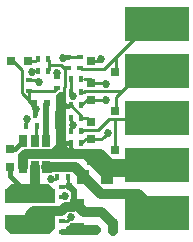
<source format=gbr>
G04 #@! TF.GenerationSoftware,KiCad,Pcbnew,no-vcs-found-7613~57~ubuntu16.04.1*
G04 #@! TF.CreationDate,2017-02-19T17:16:57-08:00*
G04 #@! TF.ProjectId,ESPKey,4553504B65792E6B696361645F706362,rev?*
G04 #@! TF.FileFunction,Copper,L1,Top,Signal*
G04 #@! TF.FilePolarity,Positive*
%FSLAX46Y46*%
G04 Gerber Fmt 4.6, Leading zero omitted, Abs format (unit mm)*
G04 Created by KiCad (PCBNEW no-vcs-found-7613~57~ubuntu16.04.1) date Sun Feb 19 17:16:57 2017*
%MOMM*%
%LPD*%
G01*
G04 APERTURE LIST*
%ADD10C,0.100000*%
%ADD11R,0.650000X1.060000*%
%ADD12R,0.600000X0.400000*%
%ADD13R,0.800100X0.800100*%
%ADD14R,0.797560X0.797560*%
%ADD15R,5.400000X3.000000*%
%ADD16R,1.000000X1.250000*%
%ADD17R,0.750000X0.800000*%
%ADD18R,1.250000X1.000000*%
%ADD19R,0.400000X0.600000*%
%ADD20R,4.200000X1.150000*%
%ADD21C,0.450000*%
%ADD22R,0.600000X0.500000*%
%ADD23C,0.685800*%
%ADD24C,0.812800*%
%ADD25C,0.508000*%
%ADD26C,0.254000*%
%ADD27C,0.152400*%
%ADD28C,0.381000*%
G04 APERTURE END LIST*
D10*
D11*
X105747000Y-114115000D03*
X106697000Y-114115000D03*
X107647000Y-114115000D03*
X107647000Y-111915000D03*
X105747000Y-111915000D03*
X106697000Y-111915000D03*
D12*
X109000000Y-119650000D03*
X109000000Y-118750000D03*
D13*
X111499240Y-105150000D03*
X111499240Y-107050000D03*
X113498220Y-106100000D03*
D14*
X104650700Y-105200000D03*
X106149300Y-105200000D03*
D15*
X117017800Y-118014500D03*
X117017800Y-114014500D03*
X117017800Y-102000000D03*
X117017800Y-106000000D03*
X117017800Y-110000000D03*
D16*
X112800000Y-114990000D03*
X110800000Y-114990000D03*
D17*
X104600000Y-114150000D03*
X104600000Y-112650000D03*
D18*
X110300000Y-119400000D03*
X110300000Y-117400000D03*
D17*
X111750000Y-117950000D03*
X111750000Y-119450000D03*
D13*
X111499240Y-111750000D03*
X111499240Y-113650000D03*
X113498220Y-112700000D03*
X111499240Y-108450000D03*
X111499240Y-110350000D03*
X113498220Y-109400000D03*
D12*
X106200000Y-107700000D03*
X106200000Y-106800000D03*
X108600000Y-107450000D03*
X108600000Y-106550000D03*
D19*
X109500000Y-115000000D03*
X108600000Y-115000000D03*
D12*
X109050000Y-115800000D03*
X109050000Y-116700000D03*
D19*
X110650000Y-112100000D03*
X109750000Y-112100000D03*
X110650000Y-111100000D03*
X109750000Y-111100000D03*
X109750000Y-110000000D03*
X110650000Y-110000000D03*
X110650000Y-108900000D03*
X109750000Y-108900000D03*
X110650000Y-107800000D03*
X109750000Y-107800000D03*
X109750000Y-106700000D03*
X110650000Y-106700000D03*
X106950000Y-106000000D03*
X107850000Y-106000000D03*
D12*
X110500000Y-105750000D03*
X110500000Y-104850000D03*
X109500000Y-104850000D03*
X109500000Y-105750000D03*
D19*
X106950000Y-105000000D03*
X107850000Y-105000000D03*
X106900000Y-110700000D03*
X106000000Y-110700000D03*
D20*
X106300000Y-116625000D03*
X106300000Y-118775000D03*
D21*
X106300000Y-119575000D03*
D10*
G36*
X104200000Y-119350000D02*
X108400000Y-119350000D01*
X107950000Y-119800000D01*
X104650000Y-119800000D01*
X104200000Y-119350000D01*
X104200000Y-119350000D01*
G37*
D21*
X106300000Y-115825000D03*
D10*
G36*
X104650000Y-115600000D02*
X107950000Y-115600000D01*
X108400000Y-116050000D01*
X104200000Y-116050000D01*
X104650000Y-115600000D01*
X104650000Y-115600000D01*
G37*
D22*
X107750000Y-108700000D03*
X106650000Y-108700000D03*
D19*
X106750000Y-109700000D03*
X107650000Y-109700000D03*
X107650000Y-110700000D03*
X108550000Y-110700000D03*
D23*
X111150000Y-119450000D03*
X109600000Y-119500000D03*
X108900000Y-109100000D03*
X112300000Y-113300000D03*
X112900000Y-113700000D03*
X108900000Y-109800000D03*
X112700000Y-107100000D03*
X109600000Y-115725000D03*
X106846435Y-109215749D03*
X113300000Y-119600000D03*
X113300000Y-118900000D03*
X109900000Y-110600000D03*
X112870040Y-111229960D03*
X109954717Y-108104707D03*
X112712346Y-108432265D03*
X109100000Y-104900000D03*
X106500000Y-106100000D03*
X112300000Y-105000000D03*
X107957657Y-114292343D03*
X106062955Y-110090087D03*
X107022097Y-106983708D03*
X108600000Y-106200000D03*
X108109389Y-115120876D03*
X109245997Y-116596963D03*
X109799964Y-118400000D03*
D24*
X109400000Y-113026199D02*
X108300000Y-113026199D01*
X108900000Y-112426199D02*
X108900000Y-112526199D01*
X108900000Y-112526199D02*
X109400000Y-113026199D01*
X108900000Y-108600000D02*
X108900000Y-112426199D01*
X108900000Y-112426199D02*
X108300000Y-113026199D01*
D25*
X109000000Y-119650000D02*
X109450000Y-119650000D01*
X109000000Y-119650000D02*
X110950000Y-119650000D01*
X109450000Y-119650000D02*
X109600000Y-119500000D01*
X110950000Y-119650000D02*
X111150000Y-119450000D01*
D24*
X111900000Y-119450000D02*
X110375000Y-119450000D01*
X112900000Y-113700000D02*
X112226199Y-113026199D01*
X112226199Y-113026199D02*
X111876199Y-113026199D01*
D26*
X110650000Y-110000000D02*
X110650000Y-109800000D01*
X110650000Y-109800000D02*
X109750000Y-108900000D01*
X109750000Y-108900000D02*
X109100000Y-108900000D01*
D25*
X109600000Y-119500000D02*
X109942899Y-119157101D01*
X109942899Y-119157101D02*
X110517899Y-119157101D01*
X109600000Y-119500000D02*
X110200000Y-119500000D01*
X110200000Y-119500000D02*
X110300000Y-119400000D01*
X112900000Y-114700000D02*
X112900000Y-113900000D01*
X111150000Y-119450000D02*
X110350000Y-119450000D01*
X110350000Y-119450000D02*
X110300000Y-119400000D01*
D26*
X109200000Y-105750000D02*
X109150000Y-105750000D01*
X109150000Y-105750000D02*
X108900000Y-105500000D01*
X108900000Y-105500000D02*
X107900000Y-105500000D01*
X109600000Y-105750000D02*
X109200000Y-105750000D01*
X109222301Y-106127699D02*
X109222301Y-105772301D01*
X109222301Y-105772301D02*
X109200000Y-105750000D01*
X107900000Y-105500000D02*
X107900000Y-105050000D01*
X107900000Y-105050000D02*
X107850000Y-105000000D01*
X107900000Y-105500000D02*
X107900000Y-105950000D01*
X107900000Y-105950000D02*
X107850000Y-106000000D01*
X109179401Y-107400000D02*
X109222301Y-107357100D01*
X109222301Y-107357100D02*
X109222301Y-106127699D01*
D24*
X113200000Y-114600000D02*
X116432300Y-114600000D01*
X116432300Y-114600000D02*
X117017800Y-114014500D01*
X113200000Y-114600000D02*
X112573801Y-114600000D01*
X112573801Y-114600000D02*
X111873801Y-113900000D01*
X111000000Y-113026199D02*
X111000000Y-113100000D01*
D26*
X108550000Y-110700000D02*
X108900000Y-110700000D01*
D24*
X108900000Y-110700000D02*
X108900000Y-109800000D01*
D26*
X109123521Y-107929401D02*
X108900000Y-107929401D01*
X109179401Y-107400000D02*
X109179401Y-108320599D01*
X109179401Y-107873521D02*
X109123521Y-107929401D01*
X109179401Y-107400000D02*
X109179401Y-107873521D01*
X109179401Y-108320599D02*
X108900000Y-108600000D01*
D24*
X108900000Y-108600000D02*
X108900000Y-108208801D01*
X113200008Y-113900000D02*
X111873801Y-113900000D01*
X111873801Y-113900000D02*
X111000000Y-113026199D01*
X111000000Y-113026199D02*
X109400000Y-113026199D01*
X111876199Y-113026199D02*
X111000000Y-113026199D01*
X108300000Y-113026199D02*
X105924959Y-113026199D01*
X112500000Y-113650000D02*
X111876199Y-113026199D01*
X105924959Y-113026199D02*
X105731790Y-113219368D01*
X105731790Y-113219368D02*
X105731790Y-114115000D01*
D26*
X109100000Y-108900000D02*
X108900000Y-109100000D01*
D24*
X113200008Y-113900000D02*
X116903300Y-113900000D01*
X116903300Y-113900000D02*
X117017800Y-114014500D01*
D26*
X111699240Y-107050000D02*
X112650000Y-107050000D01*
X112650000Y-107050000D02*
X112700000Y-107100000D01*
X110850000Y-106700000D02*
X111349240Y-106700000D01*
X111349240Y-106700000D02*
X111699240Y-107050000D01*
X110650000Y-110000000D02*
X111149240Y-110000000D01*
X111149240Y-110000000D02*
X111499240Y-110350000D01*
D24*
X111750000Y-117950000D02*
X110850000Y-117950000D01*
X110850000Y-117950000D02*
X110300000Y-117400000D01*
X113300000Y-118900000D02*
X112350000Y-117950000D01*
X112350000Y-117950000D02*
X111750000Y-117950000D01*
X113300000Y-118900000D02*
X113300000Y-119600000D01*
D26*
X109500000Y-115000000D02*
X109500000Y-115625000D01*
X109525000Y-115650000D02*
X109600000Y-115725000D01*
X109500000Y-115625000D02*
X109525000Y-115650000D01*
X109050000Y-115800000D02*
X109050000Y-115790067D01*
D25*
X110000000Y-117400000D02*
X110000000Y-116125000D01*
D26*
X109050000Y-115790067D02*
X109115067Y-115725000D01*
D25*
X109942899Y-116067899D02*
X109600000Y-115725000D01*
X110000000Y-116125000D02*
X109942899Y-116067899D01*
D26*
X109115067Y-115725000D02*
X109600000Y-115725000D01*
D24*
X109367181Y-117498298D02*
X108965479Y-117900000D01*
X110000000Y-117400000D02*
X109901702Y-117498298D01*
X108965479Y-117900000D02*
X108400000Y-117900000D01*
X109901702Y-117498298D02*
X109367181Y-117498298D01*
X108900000Y-117900000D02*
X108400000Y-117900000D01*
X108400000Y-117900000D02*
X106600000Y-117900000D01*
X106600000Y-117900000D02*
X106300000Y-118200000D01*
D26*
X106225000Y-108594314D02*
X106503536Y-108872850D01*
X106225000Y-108500000D02*
X106225000Y-108594314D01*
X106784933Y-109700000D02*
X106846435Y-109638498D01*
X106503536Y-108872850D02*
X106846435Y-109215749D01*
X106846435Y-109638498D02*
X106846435Y-109215749D01*
X106750000Y-109700000D02*
X106784933Y-109700000D01*
X106225000Y-108500000D02*
X106425000Y-108700000D01*
X106425000Y-108700000D02*
X106650000Y-108700000D01*
X108600000Y-107450000D02*
X108350000Y-107700000D01*
X108350000Y-107700000D02*
X106200000Y-107700000D01*
X106200000Y-108500000D02*
X105600000Y-107900000D01*
X105600000Y-107900000D02*
X105600000Y-105900000D01*
X105600000Y-105900000D02*
X104900000Y-105200000D01*
X104900000Y-105200000D02*
X104650700Y-105200000D01*
X106200000Y-107700000D02*
X106200000Y-108500000D01*
X106225000Y-108500000D02*
X106200000Y-108500000D01*
X104650700Y-105200000D02*
X104652922Y-105200000D01*
X104802922Y-105300000D02*
X104650700Y-105300000D01*
X109750000Y-111100000D02*
X109750000Y-110750000D01*
X109750000Y-110750000D02*
X109900000Y-110600000D01*
X109750000Y-110000000D02*
X109750000Y-110450000D01*
X109750000Y-110450000D02*
X109900000Y-110600000D01*
X109750000Y-110000000D02*
X109750000Y-111100000D01*
X112527141Y-111572859D02*
X112870040Y-111229960D01*
X112350000Y-111750000D02*
X112527141Y-111572859D01*
X111499240Y-111750000D02*
X112350000Y-111750000D01*
X111499240Y-111750000D02*
X111000000Y-111750000D01*
X111000000Y-111750000D02*
X110650000Y-112100000D01*
X109750000Y-107899990D02*
X109954717Y-108104707D01*
X109750000Y-106700000D02*
X109750000Y-107800000D01*
X111499240Y-108450000D02*
X111100000Y-108450000D01*
X111100000Y-108450000D02*
X110650000Y-108900000D01*
X112712346Y-108432265D02*
X111516975Y-108432265D01*
X111516975Y-108432265D02*
X111499240Y-108450000D01*
X109400000Y-104850000D02*
X110500000Y-104850000D01*
X109100000Y-104900000D02*
X109550000Y-104900000D01*
X109550000Y-104900000D02*
X109600000Y-104850000D01*
X109350000Y-104900000D02*
X109100000Y-104900000D01*
X106600000Y-106000000D02*
X106500000Y-106100000D01*
X106950000Y-106000000D02*
X106600000Y-106000000D01*
X111599240Y-105150000D02*
X112150000Y-105150000D01*
X112150000Y-105150000D02*
X112300000Y-105000000D01*
D24*
X110800000Y-114970000D02*
X110800000Y-114794158D01*
X110800000Y-114794158D02*
X110120842Y-114115000D01*
X110120842Y-114115000D02*
X107662210Y-114115000D01*
X110800000Y-114970000D02*
X110800000Y-114910000D01*
X110800000Y-114910000D02*
X112290000Y-116400000D01*
X112290000Y-116400000D02*
X115403300Y-116400000D01*
X115403300Y-116400000D02*
X117017800Y-118014500D01*
X110775000Y-114925000D02*
X110775000Y-114850000D01*
D27*
X107780314Y-114115000D02*
X107957657Y-114292343D01*
X107647000Y-114115000D02*
X107780314Y-114115000D01*
D26*
X106055913Y-110090087D02*
X106062955Y-110090087D01*
X106000000Y-110146000D02*
X106055913Y-110090087D01*
X106000000Y-110700000D02*
X106000000Y-110146000D01*
X105950000Y-110700000D02*
X106000000Y-110700000D01*
D28*
X104600000Y-114150000D02*
X104600000Y-114931000D01*
X104600000Y-114931000D02*
X105619000Y-115950000D01*
X105619000Y-115950000D02*
X106600000Y-115950000D01*
D24*
X106697000Y-114115000D02*
X106697000Y-115853000D01*
X106697000Y-115853000D02*
X106600000Y-115950000D01*
D28*
X104600000Y-112650000D02*
X105012000Y-112650000D01*
X105012000Y-112650000D02*
X105747000Y-111915000D01*
D26*
X113500000Y-110079451D02*
X113030549Y-110079451D01*
X113030549Y-110079451D02*
X112072342Y-111037658D01*
X110762342Y-111037658D02*
X110700000Y-111100000D01*
X112072342Y-111037658D02*
X110762342Y-111037658D01*
X116938349Y-110079451D02*
X113500000Y-110079451D01*
X113498220Y-112700000D02*
X113498220Y-112045950D01*
X113498220Y-112045950D02*
X113500000Y-112044170D01*
X113500000Y-112044170D02*
X113500000Y-110079451D01*
X117017800Y-110000000D02*
X116938349Y-110079451D01*
X110650000Y-107800000D02*
X110846218Y-107800000D01*
X110846218Y-107800000D02*
X110916767Y-107729451D01*
X110916767Y-107729451D02*
X114088349Y-107729451D01*
X113598220Y-108219580D02*
X114100000Y-107717800D01*
X114100000Y-107717800D02*
X115817800Y-106000000D01*
X114088349Y-107729451D02*
X114100000Y-107717800D01*
X113598220Y-108745950D02*
X113598220Y-109400000D01*
X113598220Y-108298220D02*
X113598220Y-108745950D01*
X113598220Y-109500000D02*
X113598220Y-108219580D01*
X115817800Y-106000000D02*
X117017800Y-106000000D01*
X113598220Y-104801780D02*
X112570000Y-105830000D01*
X112570000Y-105830000D02*
X110680000Y-105830000D01*
X110680000Y-105830000D02*
X110600000Y-105750000D01*
X110600000Y-105750000D02*
X110500000Y-105750000D01*
X113598220Y-106300000D02*
X113598220Y-104801780D01*
X113598220Y-104801780D02*
X116400000Y-102000000D01*
X116400000Y-102000000D02*
X117017800Y-102000000D01*
X106850000Y-110700000D02*
X106850000Y-111762000D01*
X106850000Y-111762000D02*
X106697000Y-111915000D01*
X106859435Y-111752565D02*
X106697000Y-111915000D01*
X106200000Y-106800000D02*
X106838389Y-106800000D01*
X106838389Y-106800000D02*
X107022097Y-106983708D01*
X107005805Y-107000000D02*
X107022097Y-106983708D01*
X108600000Y-106200000D02*
X108600000Y-106550000D01*
X108700000Y-106345314D02*
X108700000Y-106300000D01*
X108700000Y-106300000D02*
X108600000Y-106200000D01*
X108109389Y-115120876D02*
X108479124Y-115120876D01*
X108479124Y-115120876D02*
X108600000Y-115000000D01*
X109050000Y-116700000D02*
X109153037Y-116596963D01*
X109153037Y-116596963D02*
X109245997Y-116596963D01*
X109000000Y-118700000D02*
X109450000Y-118700000D01*
X109450000Y-118700000D02*
X109750000Y-118400000D01*
X109750000Y-118400000D02*
X109799964Y-118400000D01*
X106149300Y-105200000D02*
X106750000Y-105200000D01*
X106750000Y-105200000D02*
X106950000Y-105000000D01*
X106149300Y-105200000D02*
X106149300Y-105299300D01*
X106149300Y-105300000D02*
X106150000Y-105300000D01*
D25*
X107647000Y-111915000D02*
X107647000Y-111000000D01*
X107647000Y-111000000D02*
X107647000Y-110000000D01*
X107650000Y-110700000D02*
X107650000Y-110997000D01*
X107650000Y-110997000D02*
X107647000Y-111000000D01*
X107647000Y-110000000D02*
X107647000Y-108803000D01*
X107650000Y-109700000D02*
X107650000Y-109997000D01*
X107650000Y-109997000D02*
X107647000Y-110000000D01*
X107647000Y-108803000D02*
X107750000Y-108700000D01*
X107650000Y-111912000D02*
X107647000Y-111915000D01*
D26*
G36*
X112640361Y-113557859D02*
X112850405Y-113698207D01*
X113073222Y-113742528D01*
X112927000Y-113888750D01*
X112927000Y-114863000D01*
X112947000Y-114863000D01*
X112947000Y-115117000D01*
X112927000Y-115117000D01*
X112927000Y-115137000D01*
X112673000Y-115137000D01*
X112673000Y-115117000D01*
X112653000Y-115117000D01*
X112653000Y-114863000D01*
X112673000Y-114863000D01*
X112673000Y-113888750D01*
X112514250Y-113730000D01*
X112173691Y-113730000D01*
X112060223Y-113777000D01*
X111626240Y-113777000D01*
X111626240Y-113797000D01*
X111592898Y-113797000D01*
X111547765Y-113766843D01*
X111352240Y-113727951D01*
X111352240Y-113523000D01*
X111372240Y-113523000D01*
X111372240Y-113503000D01*
X111626240Y-113503000D01*
X111626240Y-113523000D01*
X112375540Y-113523000D01*
X112520325Y-113378215D01*
X112640361Y-113557859D01*
X112640361Y-113557859D01*
G37*
X112640361Y-113557859D02*
X112850405Y-113698207D01*
X113073222Y-113742528D01*
X112927000Y-113888750D01*
X112927000Y-114863000D01*
X112947000Y-114863000D01*
X112947000Y-115117000D01*
X112927000Y-115117000D01*
X112927000Y-115137000D01*
X112673000Y-115137000D01*
X112673000Y-115117000D01*
X112653000Y-115117000D01*
X112653000Y-114863000D01*
X112673000Y-114863000D01*
X112673000Y-113888750D01*
X112514250Y-113730000D01*
X112173691Y-113730000D01*
X112060223Y-113777000D01*
X111626240Y-113777000D01*
X111626240Y-113797000D01*
X111592898Y-113797000D01*
X111547765Y-113766843D01*
X111352240Y-113727951D01*
X111352240Y-113523000D01*
X111372240Y-113523000D01*
X111372240Y-113503000D01*
X111626240Y-113503000D01*
X111626240Y-113523000D01*
X112375540Y-113523000D01*
X112520325Y-113378215D01*
X112640361Y-113557859D01*
G36*
X117144800Y-113887500D02*
X117164800Y-113887500D01*
X117164800Y-114141500D01*
X117144800Y-114141500D01*
X117144800Y-114161500D01*
X116890800Y-114161500D01*
X116890800Y-114141500D01*
X116870800Y-114141500D01*
X116870800Y-113887500D01*
X116890800Y-113887500D01*
X116890800Y-113867500D01*
X117144800Y-113867500D01*
X117144800Y-113887500D01*
X117144800Y-113887500D01*
G37*
X117144800Y-113887500D02*
X117164800Y-113887500D01*
X117164800Y-114141500D01*
X117144800Y-114141500D01*
X117144800Y-114161500D01*
X116890800Y-114161500D01*
X116890800Y-114141500D01*
X116870800Y-114141500D01*
X116870800Y-113887500D01*
X116890800Y-113887500D01*
X116890800Y-113867500D01*
X117144800Y-113867500D01*
X117144800Y-113887500D01*
G36*
X108808750Y-111635000D02*
X108876309Y-111635000D01*
X108942358Y-111607641D01*
X108915000Y-111673690D01*
X108915000Y-111814250D01*
X109073750Y-111973000D01*
X109264585Y-111973000D01*
X109302235Y-111998157D01*
X109550000Y-112047440D01*
X109802560Y-112047440D01*
X109802560Y-112400000D01*
X109850000Y-112638500D01*
X109850000Y-112876250D01*
X110008750Y-113035000D01*
X110076309Y-113035000D01*
X110188084Y-112988701D01*
X110202235Y-112998157D01*
X110450000Y-113047440D01*
X110495754Y-113047440D01*
X110464190Y-113123641D01*
X110464190Y-113141896D01*
X110120842Y-113073600D01*
X108349605Y-113073600D01*
X108261905Y-113015000D01*
X108429809Y-112902809D01*
X108570157Y-112692765D01*
X108619440Y-112445000D01*
X108619440Y-112385750D01*
X108915000Y-112385750D01*
X108915000Y-112526310D01*
X109011673Y-112759699D01*
X109190302Y-112938327D01*
X109423691Y-113035000D01*
X109491250Y-113035000D01*
X109650000Y-112876250D01*
X109650000Y-112227000D01*
X109073750Y-112227000D01*
X108915000Y-112385750D01*
X108619440Y-112385750D01*
X108619440Y-111635000D01*
X108677002Y-111635000D01*
X108677002Y-111503252D01*
X108808750Y-111635000D01*
X108808750Y-111635000D01*
G37*
X108808750Y-111635000D02*
X108876309Y-111635000D01*
X108942358Y-111607641D01*
X108915000Y-111673690D01*
X108915000Y-111814250D01*
X109073750Y-111973000D01*
X109264585Y-111973000D01*
X109302235Y-111998157D01*
X109550000Y-112047440D01*
X109802560Y-112047440D01*
X109802560Y-112400000D01*
X109850000Y-112638500D01*
X109850000Y-112876250D01*
X110008750Y-113035000D01*
X110076309Y-113035000D01*
X110188084Y-112988701D01*
X110202235Y-112998157D01*
X110450000Y-113047440D01*
X110495754Y-113047440D01*
X110464190Y-113123641D01*
X110464190Y-113141896D01*
X110120842Y-113073600D01*
X108349605Y-113073600D01*
X108261905Y-113015000D01*
X108429809Y-112902809D01*
X108570157Y-112692765D01*
X108619440Y-112445000D01*
X108619440Y-112385750D01*
X108915000Y-112385750D01*
X108915000Y-112526310D01*
X109011673Y-112759699D01*
X109190302Y-112938327D01*
X109423691Y-113035000D01*
X109491250Y-113035000D01*
X109650000Y-112876250D01*
X109650000Y-112227000D01*
X109073750Y-112227000D01*
X108915000Y-112385750D01*
X108619440Y-112385750D01*
X108619440Y-111635000D01*
X108677002Y-111635000D01*
X108677002Y-111503252D01*
X108808750Y-111635000D01*
G36*
X108951843Y-108347765D02*
X108961298Y-108361916D01*
X108915000Y-108473690D01*
X108915000Y-108614250D01*
X109073750Y-108773000D01*
X109240090Y-108773000D01*
X109400058Y-108933247D01*
X109625840Y-109027000D01*
X109073750Y-109027000D01*
X108915000Y-109185750D01*
X108915000Y-109326310D01*
X108961298Y-109438084D01*
X108951843Y-109452235D01*
X108902560Y-109700000D01*
X108902560Y-109775874D01*
X108876309Y-109765000D01*
X108808750Y-109765000D01*
X108650000Y-109923750D01*
X108650000Y-110573000D01*
X108697000Y-110573000D01*
X108697000Y-110827000D01*
X108650000Y-110827000D01*
X108650000Y-110847000D01*
X108539000Y-110847000D01*
X108539000Y-110700000D01*
X108536000Y-110684918D01*
X108536000Y-110012082D01*
X108539000Y-109997000D01*
X108539000Y-109700000D01*
X108536000Y-109684918D01*
X108536000Y-109365619D01*
X108648157Y-109197765D01*
X108697440Y-108950000D01*
X108697440Y-108450000D01*
X108682813Y-108376462D01*
X108801077Y-108297440D01*
X108900000Y-108297440D01*
X108940241Y-108289436D01*
X108951843Y-108347765D01*
X108951843Y-108347765D01*
G37*
X108951843Y-108347765D02*
X108961298Y-108361916D01*
X108915000Y-108473690D01*
X108915000Y-108614250D01*
X109073750Y-108773000D01*
X109240090Y-108773000D01*
X109400058Y-108933247D01*
X109625840Y-109027000D01*
X109073750Y-109027000D01*
X108915000Y-109185750D01*
X108915000Y-109326310D01*
X108961298Y-109438084D01*
X108951843Y-109452235D01*
X108902560Y-109700000D01*
X108902560Y-109775874D01*
X108876309Y-109765000D01*
X108808750Y-109765000D01*
X108650000Y-109923750D01*
X108650000Y-110573000D01*
X108697000Y-110573000D01*
X108697000Y-110827000D01*
X108650000Y-110827000D01*
X108650000Y-110847000D01*
X108539000Y-110847000D01*
X108539000Y-110700000D01*
X108536000Y-110684918D01*
X108536000Y-110012082D01*
X108539000Y-109997000D01*
X108539000Y-109700000D01*
X108536000Y-109684918D01*
X108536000Y-109365619D01*
X108648157Y-109197765D01*
X108697440Y-108950000D01*
X108697440Y-108450000D01*
X108682813Y-108376462D01*
X108801077Y-108297440D01*
X108900000Y-108297440D01*
X108940241Y-108289436D01*
X108951843Y-108347765D01*
M02*

</source>
